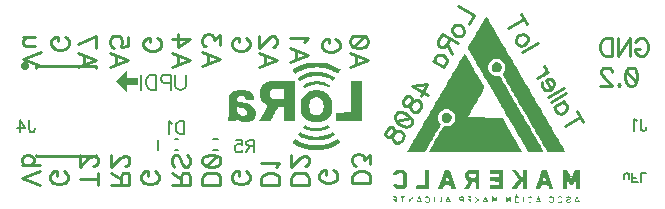
<source format=gbo>
G04 DipTrace 4.3.0.1*
G04 LoRa_4808.gbo*
%MOIN*%
G04 #@! TF.FileFunction,Legend,Bot*
G04 #@! TF.Part,Single*
%ADD10C,0.009843*%
%ADD24C,0.005906*%
%ADD64C,0.006176*%
%ADD65C,0.009264*%
%ADD66C,0.00772*%
%ADD67C,0.005512*%
%FSLAX26Y26*%
G04*
G70*
G90*
G75*
G01*
G04 BotSilk*
%LPD*%
X551115Y239868D2*
D24*
X562926Y239867D1*
X551118Y275301D2*
X562929Y275300D1*
X496391Y240267D2*
X496394Y274912D1*
G36*
X66131Y520457D2*
X66013Y518658D1*
X65662Y516891D1*
X65082Y515184D1*
X64285Y513567D1*
X63284Y512069D1*
X62096Y510713D1*
X60741Y509525D1*
X59242Y508524D1*
X57626Y507726D1*
X55919Y507147D1*
X54151Y506795D1*
X52353Y506677D1*
X50554Y506795D1*
X48786Y507147D1*
X47080Y507726D1*
X45463Y508523D1*
X43965Y509524D1*
X42609Y510713D1*
X41421Y512068D1*
X40420Y513566D1*
X39622Y515183D1*
X39043Y516889D1*
X38691Y518657D1*
X38573Y520455D1*
Y520462D1*
X38691Y522261D1*
X39043Y524028D1*
X39622Y525735D1*
X40419Y527352D1*
X41420Y528850D1*
X42608Y530205D1*
X43963Y531394D1*
X45462Y532395D1*
X47078Y533192D1*
X48785Y533772D1*
X50553Y534124D1*
X52351Y534242D1*
X54150Y534124D1*
X55918Y533772D1*
X57624Y533193D1*
X59241Y532396D1*
X60740Y531395D1*
X62095Y530206D1*
X63283Y528851D1*
X64285Y527353D1*
X65082Y525736D1*
X65661Y524030D1*
X66013Y522262D1*
X66131Y520463D1*
Y520457D1*
G37*
X88189Y514573D2*
D10*
Y518487D1*
X288184Y518497D1*
Y514582D1*
X88203Y218495D2*
X288198Y218505D1*
X88203Y218495D2*
Y222443D1*
X288198Y218505D2*
Y222452D1*
X678678Y238687D2*
D24*
X694426Y238686D1*
X678679Y276482D2*
X694427Y276481D1*
G36*
X354331Y468504D2*
X393701Y507874D1*
Y480315D1*
X429134D1*
Y456693D1*
X393701D1*
Y429134D1*
X354331Y468504D1*
G37*
G36*
X1590551Y685039D2*
X1588391Y682902D1*
X1584072Y676489D1*
X1581912Y672214D1*
X1577592Y665801D1*
X1573272Y657250D1*
X1568952Y650837D1*
X1564633Y642287D1*
X1560313Y635874D1*
X1555993Y627324D1*
X1551673Y620911D1*
X1549513Y616636D1*
X1545194Y610223D1*
X1540874Y601672D1*
X1536554Y595259D1*
X1530074Y582434D1*
Y578158D1*
X1536554Y565333D1*
X1540874Y558920D1*
X1545194Y550369D1*
X1549513Y543956D1*
X1551673Y539681D1*
X1555993Y533268D1*
X1560313Y524718D1*
X1564633Y518305D1*
X1568952Y509755D1*
X1573272Y503342D1*
X1575432Y499066D1*
X1579752Y492654D1*
X1584072Y484103D1*
X1588391Y477690D1*
X1592711Y469140D1*
X1597031Y462727D1*
X1601351Y454176D1*
X1605670Y447764D1*
X1607830Y443488D1*
X1612150Y437076D1*
X1616470Y428525D1*
X1620790Y422112D1*
X1625109Y413562D1*
X1629429Y407149D1*
X1633749Y398598D1*
X1638069Y392186D1*
X1640229Y387910D1*
X1644548Y381497D1*
X1648868Y372947D1*
X1653188Y366534D1*
X1657508Y357984D1*
X1661827Y351571D1*
X1666147Y343020D1*
X1670467Y336607D1*
X1672627Y332332D1*
X1676947Y325919D1*
X1681266Y317369D1*
X1685586Y310956D1*
X1689906Y302405D1*
X1694226Y295993D1*
X1696386Y291717D1*
X1700705Y285305D1*
X1705025Y276754D1*
X1709345Y270341D1*
X1713665Y261791D1*
X1717984Y255378D1*
X1722304Y246827D1*
X1726624Y240415D1*
X1728784Y236139D1*
X1733104Y231864D1*
X1782781D1*
Y234002D1*
X1780621Y238277D1*
X1776301Y244690D1*
X1771982Y253240D1*
X1767662Y259653D1*
X1763342Y268204D1*
X1759022Y274616D1*
X1754703Y283167D1*
X1750383Y289580D1*
X1748223Y293855D1*
X1743903Y300268D1*
X1739583Y308818D1*
X1735264Y315231D1*
X1730944Y323782D1*
X1726624Y330195D1*
X1724464Y334470D1*
X1720144Y340883D1*
X1715825Y349433D1*
X1711505Y355846D1*
X1707185Y364396D1*
X1702865Y370809D1*
X1698545Y379360D1*
X1694226Y385773D1*
X1692066Y390048D1*
X1687746Y396461D1*
X1683426Y405011D1*
X1679107Y411424D1*
X1674787Y419975D1*
X1670467Y426387D1*
X1666147Y434938D1*
X1661827Y441351D1*
X1659668Y445626D1*
X1655348Y452039D1*
X1651028Y460589D1*
X1646708Y467002D1*
X1642388Y475553D1*
X1638069Y481966D1*
X1635909Y486241D1*
X1633749Y488378D1*
X1631589D1*
X1627269Y486241D1*
X1622949D1*
X1618630Y488378D1*
X1612150Y490516D1*
X1607830Y492654D1*
X1599191Y501204D1*
Y503342D1*
X1597031Y511892D1*
X1594871Y514030D1*
Y518305D1*
X1597031Y520443D1*
X1599191Y526856D1*
X1603510Y533268D1*
X1609990Y539681D1*
X1616470Y541819D1*
X1622230Y543956D1*
X1627989D1*
X1633749Y541819D1*
X1642388Y537544D1*
X1648868Y531131D1*
Y528993D1*
X1651028Y524718D1*
X1653188Y522580D1*
Y507617D1*
X1651028Y505479D1*
X1648868Y501204D1*
X1644548Y494791D1*
Y490516D1*
X1648868Y484103D1*
X1651028Y479828D1*
X1655348Y473415D1*
X1659668Y464865D1*
X1663987Y458452D1*
X1668307Y449901D1*
X1672627Y443488D1*
X1676947Y434938D1*
X1681266Y428525D1*
X1683426Y424250D1*
X1687746Y417837D1*
X1692066Y409286D1*
X1696386Y402874D1*
X1700705Y394323D1*
X1705025Y387910D1*
X1709345Y379360D1*
X1713665Y372947D1*
X1715825Y368672D1*
X1720144Y362259D1*
X1724464Y353708D1*
X1728784Y347296D1*
X1733104Y338745D1*
X1737423Y332332D1*
X1739583Y328057D1*
X1743903Y321644D1*
X1748223Y313094D1*
X1752543Y306681D1*
X1756862Y298130D1*
X1761182Y291717D1*
X1765502Y283167D1*
X1769822Y276754D1*
X1771982Y272479D1*
X1776301Y266066D1*
X1780621Y257515D1*
X1784941Y251103D1*
X1789261Y242552D1*
X1793580Y236139D1*
X1795740Y231864D1*
X1854057D1*
Y234002D1*
X1849738Y242552D1*
X1845418Y248965D1*
X1841098Y257515D1*
X1836778Y263928D1*
X1832458Y272479D1*
X1828139Y278892D1*
X1823819Y287442D1*
X1819499Y293855D1*
X1817339Y298130D1*
X1813019Y304543D1*
X1808700Y313094D1*
X1804380Y319506D1*
X1800060Y328057D1*
X1795740Y334470D1*
X1793580Y338745D1*
X1789261Y345158D1*
X1784941Y353708D1*
X1780621Y360121D1*
X1776301Y368672D1*
X1771982Y375085D1*
X1767662Y383635D1*
X1763342Y390048D1*
X1761182Y394323D1*
X1756862Y400736D1*
X1752543Y409286D1*
X1748223Y415699D1*
X1743903Y424250D1*
X1739583Y430663D1*
X1735264Y439213D1*
X1730944Y445626D1*
X1728784Y449901D1*
X1724464Y456314D1*
X1720144Y464865D1*
X1715825Y471277D1*
X1711505Y479828D1*
X1707185Y486241D1*
X1702865Y494791D1*
X1698545Y501204D1*
X1696386Y505479D1*
X1692066Y511892D1*
X1687746Y520443D1*
X1683426Y526856D1*
X1679107Y535406D1*
X1674787Y541819D1*
X1672627Y546094D1*
X1668307Y552507D1*
X1663987Y561057D1*
X1659668Y567470D1*
X1655348Y576021D1*
X1651028Y582434D1*
X1646708Y590984D1*
X1642388Y597397D1*
X1640229Y601672D1*
X1635909Y608085D1*
X1631589Y616636D1*
X1627269Y623048D1*
X1622949Y631599D1*
X1618630Y638012D1*
X1614310Y646562D1*
X1609990Y652975D1*
X1607830Y657250D1*
X1603510Y663663D1*
X1599191Y672214D1*
X1594871Y678627D1*
X1592711Y682902D1*
X1590551Y685039D1*
G37*
G36*
X1517115Y561057D2*
X1516405Y558464D1*
X1514955Y556782D1*
X1510635Y550369D1*
X1508476Y546094D1*
X1504156Y539681D1*
X1499836Y531131D1*
X1495516Y524718D1*
X1491196Y516167D1*
X1486877Y509755D1*
X1484717Y505479D1*
X1480397Y499066D1*
X1476077Y490516D1*
X1471757Y484103D1*
X1467438Y475553D1*
X1463118Y469140D1*
X1458798Y460589D1*
X1454478Y454176D1*
X1452318Y449901D1*
X1447999Y443488D1*
X1443679Y434938D1*
X1439359Y428525D1*
X1435039Y419975D1*
X1430720Y413562D1*
X1428560Y409286D1*
X1424240Y402874D1*
X1419920Y394323D1*
X1415600Y387910D1*
X1411281Y379360D1*
X1406961Y372947D1*
X1402641Y364396D1*
X1398321Y357984D1*
X1396161Y353708D1*
X1391842Y347296D1*
X1387522Y338745D1*
X1383202Y332332D1*
X1378882Y323782D1*
X1374563Y317369D1*
X1372403Y313094D1*
X1368083Y306681D1*
X1363763Y298130D1*
X1359443Y291717D1*
X1355124Y283167D1*
X1350804Y276754D1*
X1346484Y268204D1*
X1342164Y261791D1*
X1340004Y257515D1*
X1335685Y251103D1*
X1331365Y242552D1*
X1327045Y236139D1*
Y231864D1*
X1383202D1*
X1387522Y236139D1*
X1391842Y244690D1*
X1396161Y251103D1*
X1398321Y255378D1*
X1402641Y261791D1*
X1406961Y270341D1*
X1411281Y276754D1*
X1415600Y285305D1*
X1419920Y291717D1*
X1424240Y300268D1*
X1428560Y306681D1*
X1430720Y310956D1*
X1435039Y317369D1*
X1439359Y325919D1*
X1432879Y334470D1*
X1430720Y340883D1*
X1428560Y343020D1*
Y351571D1*
X1430720Y353708D1*
X1432879Y360121D1*
Y362259D1*
X1441519Y370809D1*
X1445839Y372947D1*
X1453758Y375085D1*
X1461678D1*
X1469598Y372947D1*
X1473917Y370809D1*
X1484717Y360121D1*
Y355846D1*
X1486877Y353708D1*
Y340883D1*
X1484717Y338745D1*
Y334470D1*
X1473917Y323782D1*
X1469598Y321644D1*
X1447999Y319506D1*
X1443679Y313094D1*
X1441519Y308818D1*
X1437199Y302405D1*
X1432879Y293855D1*
X1428560Y287442D1*
X1424240Y278892D1*
X1419920Y272479D1*
X1415600Y263928D1*
X1411281Y257515D1*
X1409121Y253240D1*
X1404801Y246827D1*
X1398321Y234002D1*
Y231864D1*
X1709345D1*
Y234002D1*
X1705025Y242552D1*
X1700705Y248965D1*
X1696386Y257515D1*
X1692066Y263928D1*
X1687746Y272479D1*
X1683426Y278892D1*
X1681266Y283167D1*
X1676947Y289580D1*
X1672627Y298130D1*
X1668307Y304543D1*
X1663987Y313094D1*
X1659668Y319506D1*
X1655348Y328057D1*
X1651028Y334470D1*
X1648868Y338745D1*
X1644548Y345158D1*
X1642388Y347296D1*
X1530074Y351571D1*
X1530494Y353086D1*
X1532234Y355846D1*
X1534394Y360121D1*
X1538714Y366534D1*
X1543034Y375085D1*
X1547353Y381497D1*
X1549513Y385773D1*
X1553833Y392186D1*
X1558153Y400736D1*
X1562473Y407149D1*
X1566792Y415699D1*
X1571112Y422112D1*
X1575432Y430663D1*
X1579752Y437076D1*
X1584072Y445626D1*
Y449901D1*
X1581912Y454176D1*
X1577592Y460589D1*
X1575432Y464865D1*
X1571112Y471277D1*
X1566792Y479828D1*
X1562473Y486241D1*
X1558153Y494791D1*
X1553833Y501204D1*
X1549513Y509755D1*
X1545194Y516167D1*
X1543034Y520443D1*
X1538714Y526856D1*
X1534394Y535406D1*
X1530074Y541819D1*
X1525755Y550369D1*
X1521435Y556782D1*
X1519275Y561057D1*
X1517115D1*
G37*
G36*
X1622949Y533268D2*
X1616470Y531131D1*
X1609990Y524718D1*
X1607830Y520443D1*
Y509755D1*
X1609990Y505479D1*
X1616470Y499066D1*
X1631589D1*
X1635909Y501204D1*
X1640229Y505479D1*
X1642388Y511892D1*
Y518305D1*
X1640229Y524718D1*
X1635909Y528993D1*
X1627269Y533268D1*
X1622949D1*
G37*
G36*
X1452318Y364396D2*
X1447999Y362259D1*
X1443679Y357984D1*
X1441519Y353708D1*
Y340883D1*
X1443679Y336607D1*
X1447999Y332332D1*
X1452318Y330195D1*
X1463118D1*
X1467438Y332332D1*
X1473917Y338745D1*
X1476077Y345158D1*
Y349433D1*
X1473917Y355846D1*
X1467438Y362259D1*
X1463118Y364396D1*
X1452318D1*
G37*
G36*
X1290327Y174148D2*
X1281687Y165598D1*
X1279528Y161323D1*
Y159185D1*
X1283847Y157047D1*
X1292487D1*
X1292907Y158563D1*
X1294647Y161323D1*
X1300407Y163460D1*
X1306166D1*
X1311926Y161323D1*
X1314086Y159185D1*
Y124983D1*
X1306886Y122845D1*
X1299686D1*
X1292487Y124983D1*
Y127121D1*
X1283847D1*
X1279528Y124983D1*
Y122845D1*
X1281687Y118570D1*
X1288167Y112157D1*
X1292487Y110020D1*
X1316246D1*
X1327045Y120708D1*
Y163460D1*
X1316246Y174148D1*
X1290327D1*
G37*
G36*
X1387522D2*
Y124983D1*
X1359443Y122845D1*
X1357283Y120708D1*
Y112157D1*
X1359443Y110020D1*
X1400481D1*
Y174148D1*
X1387522D1*
G37*
G36*
X1443679Y150635D2*
Y146359D1*
X1441519Y144222D1*
X1430720Y112157D1*
Y110020D1*
X1443679D1*
X1445839Y112157D1*
X1447999Y118570D1*
Y120708D1*
X1455918Y122845D1*
X1463838D1*
X1471757Y120708D1*
X1473917Y118570D1*
Y114295D1*
X1476077Y110020D1*
X1489037D1*
Y114295D1*
X1480397Y139946D1*
X1478237Y144222D1*
X1469598Y169873D1*
X1467438Y174148D1*
X1452318D1*
X1445839Y154910D1*
X1443679Y150635D1*
X1458798D1*
X1460411Y152007D1*
X1461530Y151882D1*
X1463118Y150635D1*
Y146359D1*
X1465278Y139946D1*
X1467438Y137809D1*
X1463118Y135671D1*
X1458798D1*
X1454478Y137809D1*
Y142084D1*
X1456638Y144222D1*
X1458798Y150635D1*
X1443679D1*
G37*
G36*
X1519275Y159185D2*
Y152772D1*
X1521435Y144222D1*
X1530074Y135671D1*
X1529364Y133078D1*
X1527914Y131396D1*
X1521435Y118570D1*
X1517115Y112157D1*
Y110020D1*
X1532234D1*
X1543034Y131396D1*
Y133534D1*
X1546634Y135671D1*
X1550233D1*
X1553833Y133534D1*
X1555993Y131396D1*
Y110020D1*
X1566792D1*
Y174148D1*
X1532234D1*
X1527914Y172011D1*
X1521435Y165598D1*
X1519275Y159185D1*
X1532234D1*
X1540154Y161323D1*
X1548073D1*
X1555993Y159185D1*
Y148497D1*
X1548793Y146359D1*
X1541594D1*
X1534394Y148497D1*
X1532234Y150635D1*
Y159185D1*
X1519275D1*
G37*
G36*
X1603510Y174148D2*
Y161323D1*
X1633749Y159185D1*
Y150635D1*
X1603510Y148497D1*
Y137809D1*
X1605670Y135671D1*
X1633749Y133534D1*
Y124983D1*
X1603510Y122845D1*
Y110020D1*
X1644548D1*
Y174148D1*
X1603510D1*
G37*
G36*
X1676947D2*
Y172011D1*
X1685586Y159185D1*
X1692066Y150635D1*
X1698545Y144222D1*
X1697836Y141628D1*
X1696386Y139946D1*
X1676947Y114295D1*
X1674787Y110020D1*
X1689906D1*
X1696386Y116433D1*
X1700705Y122845D1*
X1707185Y131396D1*
X1707538Y133049D1*
X1708863Y134801D1*
X1709927Y134751D1*
X1711505Y133534D1*
Y110020D1*
X1724464D1*
Y174148D1*
X1711505D1*
Y150635D1*
X1709215Y148313D1*
X1708101Y148656D1*
X1706714Y151009D1*
X1707185Y152772D1*
X1700705Y161323D1*
X1696386Y167735D1*
X1689906Y174148D1*
X1676947D1*
G37*
G36*
X1769822Y150635D2*
X1767662Y148497D1*
X1756862Y116433D1*
X1754703Y112157D1*
Y110020D1*
X1767662D1*
X1769822Y112157D1*
X1771982Y116433D1*
Y120708D1*
X1779901Y122845D1*
X1787821D1*
X1795740Y120708D1*
X1797900Y118570D1*
Y114295D1*
X1800060Y110020D1*
X1813019D1*
Y116433D1*
X1810860Y120708D1*
X1793580Y172011D1*
X1791421Y174148D1*
X1776301D1*
X1769822Y154910D1*
Y150635D1*
X1782781D1*
X1784394Y152007D1*
X1785513Y151882D1*
X1787101Y150635D1*
Y146359D1*
X1789261Y139946D1*
X1791421Y137809D1*
X1787101Y135671D1*
X1782781D1*
X1778461Y137809D1*
X1778881Y139324D1*
X1780621Y142084D1*
X1782781Y148497D1*
Y150635D1*
X1769822D1*
G37*
G36*
X1845418Y174148D2*
Y110020D1*
X1858377D1*
Y139946D1*
X1859990Y141319D1*
X1861083Y141140D1*
X1862312Y139372D1*
X1862697Y137809D1*
X1869177Y124983D1*
X1877816D1*
X1884296Y137809D1*
X1884648Y139462D1*
X1885973Y141214D1*
X1887038Y141164D1*
X1888615Y139946D1*
Y110020D1*
X1901575D1*
Y174148D1*
X1888615D1*
X1886456Y172011D1*
X1875656Y150635D1*
X1875108Y148113D1*
X1873370Y146162D1*
X1872257Y146518D1*
X1870865Y148872D1*
X1871336Y150635D1*
X1860537Y172011D1*
X1858377Y174148D1*
X1845418D1*
G37*
G36*
X1685586Y80093D2*
Y67267D1*
X1689906Y62992D1*
X1696386D1*
X1700705Y67267D1*
Y82231D1*
X1694226Y90781D1*
X1692066Y92919D1*
X1689906D1*
Y90781D1*
X1685586Y82231D1*
Y80093D1*
X1687746D1*
X1691346Y82231D1*
X1694946D1*
X1698545Y80093D1*
Y69405D1*
X1694946Y67267D1*
X1691346D1*
X1687746Y69405D1*
Y80093D1*
X1685586D1*
G37*
G36*
X1279528Y86506D2*
Y82231D1*
X1290327Y80093D1*
Y77955D1*
X1279528Y75818D1*
Y73680D1*
X1290327Y71543D1*
Y69405D1*
X1279528Y67267D1*
Y65130D1*
X1292487D1*
Y84368D1*
X1290327Y86506D1*
X1279528D1*
G37*
G36*
X1305446D2*
X1303286Y84368D1*
X1305446Y82231D1*
X1309766Y80093D1*
Y65130D1*
X1311926D1*
Y80093D1*
X1318406Y82231D1*
Y86506D1*
X1305446D1*
G37*
G36*
X1344324D2*
X1342164Y84368D1*
X1337844Y77955D1*
X1337296Y75433D1*
X1335558Y73483D1*
X1334440Y73843D1*
X1333525Y75818D1*
Y84368D1*
X1331365D1*
Y65130D1*
X1335685D1*
X1340004Y73680D1*
X1340357Y75333D1*
X1341682Y77086D1*
X1342747Y77035D1*
X1344324Y75818D1*
Y65130D1*
X1346484D1*
Y84368D1*
X1344324Y86506D1*
G37*
G36*
X1361603Y75818D2*
X1360893Y73224D1*
X1359443Y71543D1*
X1357283Y65130D1*
X1361603D1*
Y67267D1*
X1365203Y69405D1*
X1368803D1*
X1372403Y67267D1*
Y65130D1*
X1376722D1*
X1372403Y77955D1*
X1368083Y86506D1*
X1365923D1*
X1363763Y84368D1*
X1361603Y77955D1*
Y75818D1*
X1363763D1*
X1366075Y77094D1*
X1367912Y76854D1*
X1369671Y74907D1*
X1369461Y73131D1*
X1367175Y71374D1*
X1365196Y71709D1*
X1363045Y74206D1*
X1363763Y75818D1*
X1361603D1*
G37*
G36*
X1391842Y86506D2*
X1387522Y82231D1*
Y80093D1*
X1389682D1*
X1392562Y82231D1*
X1395442D1*
X1398321Y80093D1*
Y69405D1*
X1395442Y67267D1*
X1392562D1*
X1389682Y69405D1*
X1387522D1*
Y67267D1*
X1391842Y62992D1*
X1396161D1*
X1400481Y65130D1*
X1402641Y69405D1*
Y80093D1*
X1400481Y84368D1*
X1396161Y86506D1*
X1391842D1*
G37*
G36*
X1415600D2*
Y65130D1*
X1417760D1*
Y84368D1*
X1415600Y86506D1*
G37*
G36*
X1441519D2*
X1439359Y84368D1*
Y69405D1*
X1430720Y67267D1*
X1428560Y65130D1*
X1441519D1*
Y86506D1*
G37*
G36*
X1458798Y77955D2*
X1456638Y75818D1*
X1454478Y69405D1*
Y65130D1*
X1456638D1*
Y67267D1*
X1460238Y69405D1*
X1463838D1*
X1467438Y67267D1*
X1469598Y65130D1*
X1471757D1*
Y67267D1*
X1467438Y80093D1*
X1465278Y84368D1*
X1463118Y86506D1*
X1458798Y82231D1*
Y77955D1*
X1460958D1*
X1462571Y79328D1*
X1463690Y79203D1*
X1465278Y77955D1*
Y73680D1*
X1462644Y71449D1*
X1460581Y71622D1*
X1458119Y74379D1*
X1460958Y75818D1*
Y77955D1*
X1458798D1*
G37*
G36*
X1499836Y80093D2*
Y75818D1*
X1504156Y71543D1*
X1499836Y67267D1*
Y65130D1*
X1501996D1*
X1504156Y67267D1*
Y69405D1*
X1508476Y73680D1*
X1510487Y72970D1*
X1512795Y71543D1*
Y65130D1*
X1514955D1*
Y84368D1*
X1512795Y86506D1*
X1506316D1*
X1501996Y84368D1*
X1499836Y82231D1*
Y80093D1*
X1501996D1*
X1505596Y82231D1*
X1509195D1*
X1512795Y80093D1*
Y77955D1*
X1509195Y75818D1*
X1505596D1*
X1501996Y77955D1*
Y80093D1*
X1499836D1*
G37*
G36*
X1530074Y86506D2*
X1527914Y84368D1*
Y82231D1*
X1538714Y80093D1*
Y77955D1*
X1527914Y75818D1*
Y73680D1*
X1538714Y71543D1*
Y69405D1*
X1527914Y67267D1*
Y65130D1*
X1540874D1*
Y84368D1*
X1538714Y86506D1*
X1530074D1*
G37*
G36*
X1553833D2*
Y84368D1*
X1555993Y80093D1*
X1560313Y75818D1*
Y73680D1*
X1555993Y69405D1*
X1553833Y65130D1*
Y62992D1*
X1560313Y69405D1*
X1561926Y70778D1*
X1563045Y70653D1*
X1564633Y69405D1*
Y65130D1*
X1566792Y62992D1*
Y86506D1*
X1564633Y84368D1*
Y80093D1*
X1562342Y77771D1*
X1561224Y78119D1*
X1560313Y80093D1*
X1553833Y86506D1*
G37*
G36*
X1584072Y77955D2*
X1581912Y75818D1*
X1579752Y69405D1*
Y65130D1*
X1581912D1*
Y67267D1*
X1585512Y69405D1*
X1589111D1*
X1592711Y67267D1*
X1594871Y65130D1*
X1597031D1*
Y67267D1*
X1592711Y80093D1*
X1590551Y84368D1*
X1588391Y86506D1*
X1586231Y84368D1*
X1584072Y80093D1*
Y77955D1*
X1586231D1*
X1587844Y79328D1*
X1588964Y79203D1*
X1590551Y77955D1*
Y73680D1*
X1587918Y71449D1*
X1585854Y71622D1*
X1583392Y74379D1*
X1586231Y75818D1*
Y77955D1*
X1584072D1*
G37*
G36*
X1609990Y86506D2*
X1607830Y84368D1*
Y80093D1*
X1609990Y65130D1*
X1612150D1*
Y73680D1*
X1613763Y75053D1*
X1614856Y74874D1*
X1616085Y73106D1*
X1616470Y71543D1*
X1618630Y69405D1*
X1620790Y71543D1*
X1621142Y73196D1*
X1622467Y74948D1*
X1623532Y74898D1*
X1625109Y73680D1*
Y65130D1*
X1627269D1*
Y86506D1*
X1625109D1*
X1622949Y84368D1*
X1620790Y80093D1*
X1620241Y77571D1*
X1618504Y75621D1*
X1617385Y75981D1*
X1616470Y77955D1*
X1614310Y82231D1*
X1609990Y86506D1*
G37*
G36*
X1657508D2*
Y65130D1*
X1659668D1*
X1663987Y69405D1*
X1666147Y73680D1*
X1666500Y75333D1*
X1667825Y77086D1*
X1668889Y77035D1*
X1670467Y75818D1*
Y65130D1*
X1672627D1*
Y84368D1*
X1670467Y86506D1*
X1666147Y82231D1*
X1663987Y77955D1*
X1663439Y75433D1*
X1661701Y73483D1*
X1660583Y73843D1*
X1659668Y75818D1*
Y84368D1*
X1657508Y86506D1*
G37*
G36*
X1715825D2*
X1713665Y84368D1*
Y65130D1*
X1715825D1*
Y86506D1*
G37*
G36*
X1735264D2*
X1730944Y84368D1*
X1728784Y82231D1*
X1730944Y80093D1*
X1734544Y82231D1*
X1738143D1*
X1741743Y80093D1*
Y69405D1*
X1738143Y67267D1*
X1734544D1*
X1730944Y69405D1*
X1728784Y67267D1*
X1730944Y65130D1*
X1735264Y62992D1*
X1737423D1*
X1741743Y65130D1*
X1743903Y67267D1*
Y82231D1*
X1741743Y84368D1*
X1737423Y86506D1*
X1735264D1*
G37*
G36*
X1759022Y75818D2*
X1758312Y73224D1*
X1756862Y71543D1*
X1754703Y65130D1*
X1759022D1*
Y67267D1*
X1762622Y69405D1*
X1766222D1*
X1769822Y67267D1*
Y65130D1*
X1774142D1*
X1769822Y77955D1*
X1765502Y86506D1*
X1763342D1*
X1761182Y84368D1*
X1759022Y77955D1*
Y75818D1*
X1761182D1*
X1763494Y77094D1*
X1765331Y76854D1*
X1767090Y74907D1*
X1766880Y73131D1*
X1764594Y71374D1*
X1762615Y71709D1*
X1760464Y74206D1*
X1761182Y75818D1*
X1759022D1*
G37*
G36*
X1804380Y86506D2*
X1800060Y82231D1*
Y80093D1*
X1802220D1*
X1805820Y82231D1*
X1809420D1*
X1813019Y80093D1*
Y69405D1*
X1809420Y67267D1*
X1805820D1*
X1802220Y69405D1*
X1800060D1*
Y67267D1*
X1802220Y65130D1*
X1806540Y62992D1*
X1808700D1*
X1813019Y65130D1*
X1815179Y67267D1*
Y82231D1*
X1813019Y84368D1*
X1808700Y86506D1*
X1804380D1*
G37*
G36*
X1828139Y80093D2*
Y67267D1*
X1832458Y62992D1*
X1838938D1*
X1843258Y67267D1*
Y82231D1*
X1838938Y86506D1*
X1832458D1*
X1828139Y82231D1*
Y80093D1*
X1830299D1*
X1833898Y82231D1*
X1837498D1*
X1841098Y80093D1*
Y69405D1*
X1837498Y67267D1*
X1833898D1*
X1830299Y69405D1*
Y80093D1*
X1828139D1*
G37*
G36*
X1862697Y86506D2*
X1858377Y84368D1*
X1856217Y82231D1*
X1858377Y80093D1*
X1861977Y82231D1*
X1865577D1*
X1869177Y80093D1*
Y77955D1*
X1860537Y75818D1*
X1856217Y73680D1*
Y67267D1*
X1858377Y65130D1*
X1862697Y62992D1*
X1867017D1*
X1871336Y65130D1*
Y69405D1*
X1869177D1*
X1865577Y67267D1*
X1861977D1*
X1858377Y69405D1*
Y71543D1*
X1867017Y73680D1*
X1871336Y75818D1*
Y82231D1*
X1869177Y84368D1*
X1864857Y86506D1*
X1862697D1*
G37*
G36*
X1888615Y77955D2*
X1886456Y75818D1*
X1884296Y69405D1*
Y65130D1*
X1886456D1*
Y67267D1*
X1890055Y69405D1*
X1893655D1*
X1897255Y67267D1*
X1899415Y65130D1*
X1901575D1*
Y67267D1*
X1899415Y73680D1*
X1897255Y77955D1*
X1895095Y84368D1*
X1892935Y86506D1*
X1888615Y82231D1*
Y77955D1*
X1890775D1*
X1892388Y79328D1*
X1893508Y79203D1*
X1895095Y77955D1*
Y73680D1*
X1892462Y71449D1*
X1890398Y71622D1*
X1887936Y74379D1*
X1890775Y75818D1*
Y77955D1*
X1888615D1*
G37*
G36*
X1784941Y84368D2*
Y65130D1*
X1787101D1*
Y84368D1*
X1784941D1*
G37*
G36*
X1012449Y531496D2*
X1003151Y530463D1*
X992820Y528397D1*
X984555Y526331D1*
X972158Y522198D1*
X966993Y520132D1*
X952529Y512900D1*
X947364Y509801D1*
X944264Y507735D1*
Y505669D1*
X947364Y501536D1*
X951496Y495338D1*
X952529Y494304D1*
X953562D1*
X955628Y495338D1*
X960794Y498437D1*
X961827Y499470D1*
X970092Y503602D1*
X973191Y504635D1*
X978357Y506702D1*
X980423Y507735D1*
X986621Y509801D1*
X999019Y512900D1*
X1005217Y513933D1*
X1013482Y514966D1*
X1021403Y516000D1*
X1029323D1*
X1037243Y514966D1*
X1044475Y513933D1*
X1050674Y512900D1*
X1055839Y511867D1*
X1059972Y510834D1*
X1072369Y506702D1*
X1074435Y505669D1*
X1077534Y504635D1*
X1091998Y497404D1*
X1093031Y496371D1*
X1095097Y495338D1*
X1096130D1*
X1099229Y499470D1*
X1103362Y505669D1*
X1104395Y507735D1*
Y508768D1*
X1101296Y510834D1*
X1094064Y514966D1*
X1087865Y518066D1*
X1080634Y521165D1*
X1075468Y523231D1*
X1066170Y526331D1*
X1057905Y528397D1*
X1047574Y530463D1*
X1038276Y531496D1*
X1012449D1*
G37*
G36*
X1013482Y499470D2*
X1005217Y498437D1*
X992820Y495338D1*
X983522Y492238D1*
X978357Y490172D1*
X970092Y486040D1*
X964926Y482940D1*
X962860Y480874D1*
Y479841D1*
X963893Y477775D1*
X966993Y473642D1*
X968026Y471576D1*
X969059Y470543D1*
X970092D1*
X977324Y474675D1*
X987655Y479841D1*
X996952Y482940D1*
X1001085Y483973D1*
X1006250Y485006D1*
X1012449Y486040D1*
X1021058Y487073D1*
X1029667D1*
X1038276Y486040D1*
X1044475Y485006D1*
X1056872Y481907D1*
X1059972Y480874D1*
X1062038Y479841D1*
X1065137Y478808D1*
X1077534Y472609D1*
X1078567Y471576D1*
X1079600D1*
X1082700Y475709D1*
X1084766Y478808D1*
X1085799Y480874D1*
Y481907D1*
X1083733Y483973D1*
X1069269Y491205D1*
X1064104Y493271D1*
X1057905Y495338D1*
X1049641Y497404D1*
X1044475Y498437D1*
X1037243Y499470D1*
X1013482D1*
G37*
G36*
X837855Y443682D2*
X837515Y442429D1*
X836822Y441616D1*
X835789Y437484D1*
X834756Y428186D1*
Y424053D1*
X835789Y416822D1*
X837855Y410623D1*
X839921Y406491D1*
X841987Y403391D1*
X850252Y395127D1*
X861616Y387895D1*
X861277Y386642D1*
X860583Y385829D1*
X858517Y382729D1*
X856451Y378597D1*
X854385Y375498D1*
X852318Y371365D1*
X850252Y368266D1*
X848186Y364134D1*
X846120Y361034D1*
X844054Y356902D1*
X841987Y353803D1*
X839921Y349670D1*
X837855Y346571D1*
X835789Y342438D1*
X833723Y339339D1*
X832690Y337273D1*
Y335207D1*
X868848D1*
X870914Y337273D1*
X871947Y339339D1*
X874014Y342438D1*
X878146Y350703D1*
X880212Y353803D1*
X885378Y364134D1*
X887444Y367233D1*
X890543Y373432D1*
X892609Y376531D1*
X894676Y380663D1*
X894876Y381396D1*
X895709Y382729D1*
X902940Y383763D1*
X910172D1*
X917404Y382729D1*
Y336240D1*
X918437Y335207D1*
X950463D1*
X951496Y336240D1*
Y469510D1*
X950463Y470543D1*
X882278D1*
X870914Y469510D1*
X865749Y468477D1*
X861616Y467444D1*
X858517Y466411D1*
X852318Y463311D1*
X848186Y460212D1*
X844054Y456080D1*
X840954Y451947D1*
X837855Y445749D1*
Y443682D1*
X879179D1*
X891921Y444716D1*
X904662D1*
X917404Y443682D1*
Y409590D1*
X906040Y408557D1*
X894676D1*
X883311Y409590D1*
X878146Y410623D1*
X874014Y412689D1*
X871947Y414756D1*
Y415789D1*
X869881Y420954D1*
X868848Y421987D1*
Y432318D1*
X869881Y433351D1*
X870914Y436451D1*
X872980Y439550D1*
X876080Y442649D1*
X879179Y443682D1*
X837855D1*
G37*
G36*
X1141586Y470543D2*
X1140553Y469510D1*
Y365167D1*
X1088898Y364134D1*
X1087865Y363101D1*
Y337273D1*
X1088898Y335207D1*
X1173613D1*
X1174646Y336240D1*
Y469510D1*
X1173613Y470543D1*
X1141586D1*
G37*
G36*
X1017614Y468477D2*
X1010383Y467444D1*
X1005217Y466411D1*
X992820Y462278D1*
X982489Y457113D1*
X980423Y455047D1*
Y454013D1*
X983522Y449881D1*
X985588Y447815D1*
X986621D1*
X987655Y448848D1*
X997986Y454013D1*
X1001085Y455047D1*
X1009350Y457113D1*
X1014515Y458146D1*
X1021747Y459179D1*
X1028979D1*
X1036210Y458146D1*
X1041376Y457113D1*
X1045508Y456080D1*
X1054806Y452980D1*
X1063071Y448848D1*
X1065137Y450914D1*
X1068236Y455047D1*
Y456080D1*
X1066170Y458146D1*
X1059972Y461245D1*
X1054806Y463311D1*
X1048607Y465378D1*
X1040343Y467444D1*
X1032078Y468477D1*
X1017614D1*
G37*
G36*
X731446Y382729D2*
Y350703D1*
X730413Y349670D1*
X729380Y340372D1*
X728346Y336240D1*
X729380Y335207D1*
X755207D1*
X756240Y336240D1*
X757273Y341405D1*
Y344505D1*
X758045Y345168D1*
X758567Y345082D1*
X759155Y344227D1*
X759339Y343472D1*
X761406Y341405D1*
X764505Y339339D1*
X770704Y336240D1*
X776902Y334174D1*
X781035Y333141D1*
X795498D1*
X800663Y334174D1*
X805829Y336240D1*
X807895Y337273D1*
X810994Y339339D1*
X816160Y344505D1*
X818226Y347604D1*
X820292Y351736D1*
X821325Y355869D1*
Y370332D1*
X820292Y374465D1*
X817193Y380663D1*
X809961Y387895D1*
X806862Y389961D1*
X800663Y393060D1*
X791366Y396160D1*
X783101Y398226D1*
X777935Y399259D1*
X770704Y400292D1*
X764505Y401325D1*
X759339Y402358D1*
Y412689D1*
X760373Y413722D1*
X761406Y415789D1*
Y416822D1*
X765538Y418888D1*
X769670Y419921D1*
X772081Y420954D1*
X774492D1*
X776902Y419921D1*
X781035Y418888D1*
X785167Y416822D1*
Y415789D1*
X787233Y412689D1*
X788266Y408557D1*
X789299Y407524D1*
X817193D1*
Y411656D1*
X816160Y416822D1*
X815127Y419921D1*
X813061Y424053D1*
X808928Y429219D1*
X807895Y430252D1*
X804796Y432318D1*
X798597Y435418D1*
X792399Y437484D1*
X787233Y438517D1*
X762439D1*
X755207Y437484D1*
X747975Y435418D1*
X741777Y432318D1*
X734545Y425087D1*
X732479Y420954D1*
X731446Y416822D1*
Y382729D1*
X759339D1*
X761061Y383763D1*
X762783D1*
X764505Y382729D1*
X767604Y381696D1*
X774836Y379630D1*
X778968Y378597D1*
X785167Y376531D1*
X787233Y375498D1*
X790332Y372398D1*
X791342Y371315D1*
X792194Y370024D1*
X792399Y369299D1*
X793432Y368266D1*
Y363101D1*
X792399Y362067D1*
Y360001D1*
X790332Y357935D1*
X786200Y355869D1*
X781723Y354836D1*
X777246D1*
X772770Y355869D1*
X766571Y358968D1*
X763472Y362067D1*
Y363101D1*
X761406Y366200D1*
X760373Y371365D1*
X759339Y382729D1*
X731446D1*
G37*
G36*
X977324Y414756D2*
X976984Y413502D1*
X976290Y412689D1*
X974224Y408557D1*
X973191Y405458D1*
X972158Y401325D1*
X971125Y396160D1*
Y375498D1*
X972158Y370332D1*
X973191Y366200D1*
X974224Y364134D1*
X975257Y361034D1*
X977324Y356902D1*
X979390Y353803D1*
X982489Y349670D1*
X987655Y344505D1*
X991787Y341405D1*
X1002118Y336240D1*
X1005217Y335207D1*
X1009350Y334174D1*
X1015548Y333141D1*
X1033111D1*
X1039310Y334174D1*
X1043442Y335207D1*
X1046541Y336240D1*
X1054806Y340372D1*
X1057905Y342438D1*
X1062038Y345538D1*
X1066170Y349670D1*
X1069269Y353803D1*
X1071336Y356902D1*
X1073402Y361034D1*
X1074435Y364134D1*
X1075468Y366200D1*
X1076501Y370332D1*
X1077534Y376531D1*
Y395127D1*
X1076501Y401325D1*
X1075468Y405458D1*
X1074435Y407524D1*
X1073402Y410623D1*
X1071336Y414756D1*
X1067203Y420954D1*
X1061005Y427153D1*
X1056872Y430252D1*
X1051707Y433351D1*
X1046541Y435418D1*
X1043442Y436451D1*
X1039310Y437484D1*
X1034144Y438517D1*
X1014515D1*
X1008317Y437484D1*
X1002118Y435418D1*
X996952Y433351D1*
X991787Y430252D1*
X987655Y427153D1*
X981456Y420954D1*
X977324Y414756D1*
X1016581D1*
X1021747Y415789D1*
X1026912D1*
X1032078Y414756D1*
X1035177Y413722D1*
X1037243Y412689D1*
X1043442Y406491D1*
Y405458D1*
X1045508Y401325D1*
X1046541Y398226D1*
X1047574Y390994D1*
X1048607Y389961D1*
Y381696D1*
X1047574Y380663D1*
X1046541Y373432D1*
X1045508Y370332D1*
X1043442Y366200D1*
Y365167D1*
X1037243Y358968D1*
X1035177Y357935D1*
X1032078Y356902D1*
X1026912Y355869D1*
X1021747D1*
X1016581Y356902D1*
X1013482Y357935D1*
X1011416Y358968D1*
X1010383Y360001D1*
X1008317Y361034D1*
X1006250Y363101D1*
Y364134D1*
X1004184Y367233D1*
X1002118Y373432D1*
X1001085Y379630D1*
X1000052Y380663D1*
Y392027D1*
X1001085Y393060D1*
X1002118Y398226D1*
X1003151Y402358D1*
X1004184Y404425D1*
X1007283Y408557D1*
X1007484Y409289D1*
X1008317Y410623D1*
X1010383Y411656D1*
X1011416Y412689D1*
X1013482Y413722D1*
X1016581Y414756D1*
X977324D1*
G37*
G36*
X1063071Y323843D2*
X1050674Y317644D1*
X1044475Y315578D1*
X1040343Y314545D1*
X1035177Y313512D1*
X1027257Y312479D1*
X1019336D1*
X1011416Y313512D1*
X1006250Y314545D1*
X1002118Y315578D1*
X995919Y317644D1*
X985588Y322810D1*
X983522Y320743D1*
X980423Y316611D1*
Y314545D1*
X992820Y308346D1*
X999019Y306280D1*
X1007283Y304214D1*
X1013482Y303181D1*
X1033111D1*
X1039310Y304214D1*
X1047574Y306280D1*
X1053773Y308346D1*
X1066170Y314545D1*
X1068236Y316611D1*
X1064104Y322810D1*
X1063071Y323843D1*
G37*
G36*
X1078567Y301114D2*
X1077534Y300081D1*
X1075468Y299048D1*
X1074435Y298015D1*
X1066170Y293883D1*
X1063071Y292850D1*
X1057905Y290783D1*
X1055839Y289750D1*
X1043442Y286651D1*
X1037243Y285618D1*
X1027945Y284585D1*
X1018648D1*
X1009350Y285618D1*
X1003151Y286651D1*
X990754Y289750D1*
X988688Y290783D1*
X983522Y292850D1*
X980423Y293883D1*
X974224Y296982D1*
X973191Y298015D1*
X971125Y299048D1*
X969059D1*
X966993Y296982D1*
X963893Y292850D1*
X962860Y290783D1*
Y288717D1*
X968026Y285618D1*
X976290Y281485D1*
X981456Y279419D1*
X993853Y275287D1*
X997986Y274254D1*
X1003151Y273221D1*
X1010383Y272188D1*
X1036210D1*
X1043442Y273221D1*
X1048607Y274254D1*
X1052740Y275287D1*
X1059972Y277353D1*
X1063071Y278386D1*
X1070303Y281485D1*
X1080634Y286651D1*
X1083733Y288717D1*
X1085799Y290783D1*
Y291816D1*
X1081667Y298015D1*
X1078567Y301114D1*
G37*
G36*
X1095097Y277353D2*
X1093031Y276320D1*
X1089931Y274254D1*
X1088898Y273221D1*
X1076501Y267022D1*
X1073402Y265989D1*
X1071336Y264956D1*
X1058938Y260823D1*
X1054806Y259790D1*
X1044475Y257724D1*
X1037243Y256691D1*
X1027945Y255658D1*
X1018648D1*
X1009350Y256691D1*
X1002118Y257724D1*
X991787Y259790D1*
X987655Y260823D1*
X975257Y264956D1*
X971125Y267022D1*
X968026Y268055D1*
X959761Y272188D1*
X958728Y273221D1*
X953562Y276320D1*
X952529D1*
X950463Y273221D1*
X947364Y269088D1*
X945297Y265989D1*
X944264Y263923D1*
Y262890D1*
X945297Y261857D1*
X950463Y258757D1*
X964926Y251526D1*
X970092Y249459D1*
X978357Y246360D1*
X985588Y244294D1*
X994886Y242228D1*
X1000052Y241195D1*
X1008317Y240161D1*
X1038276D1*
X1046541Y241195D1*
X1051707Y242228D1*
X1061005Y244294D1*
X1068236Y246360D1*
X1079600Y250492D1*
X1096130Y258757D1*
X1101296Y261857D1*
X1104395Y263923D1*
Y264956D1*
X1103362Y267022D1*
X1099229Y273221D1*
X1096130Y277353D1*
X1095097D1*
G37*
X101697Y124870D2*
D65*
X41409Y147818D1*
X101697Y170766D1*
Y189293D2*
X41409D1*
X72979D2*
X78749Y195063D1*
X81601Y200767D1*
Y209389D1*
X78749Y215093D1*
X72979Y220863D1*
X64357Y223715D1*
X58653D1*
X50031Y220863D1*
X44327Y215093D1*
X41409Y209389D1*
Y200767D1*
X44327Y195063D1*
X50031Y189293D1*
X181859Y168597D2*
X187563Y165745D1*
X193333Y159975D1*
X196185Y154271D1*
Y142797D1*
X193333Y137027D1*
X187563Y131323D1*
X181859Y128405D1*
X173237Y125553D1*
X158845D1*
X150289Y128405D1*
X144519Y131323D1*
X138815Y137027D1*
X135897Y142797D1*
Y154271D1*
X138815Y159975D1*
X144519Y165745D1*
X150289Y168597D1*
X158845D1*
Y154271D1*
X485009Y168597D2*
X490713Y165745D1*
X496483Y159975D1*
X499335Y154271D1*
Y142797D1*
X496483Y137027D1*
X490713Y131323D1*
X485009Y128405D1*
X476387Y125553D1*
X461995D1*
X453439Y128405D1*
X447669Y131323D1*
X441965Y137027D1*
X439047Y142797D1*
Y154271D1*
X441965Y159975D1*
X447669Y165745D1*
X453439Y168597D1*
X461995D1*
Y154271D1*
X788158Y168597D2*
X793862Y165745D1*
X799632Y159975D1*
X802484Y154271D1*
Y142797D1*
X799632Y137027D1*
X793862Y131323D1*
X788158Y128405D1*
X779536Y125553D1*
X765144D1*
X756588Y128405D1*
X750818Y131323D1*
X745114Y137027D1*
X742196Y142797D1*
Y154271D1*
X745114Y159975D1*
X750818Y165745D1*
X756588Y168597D1*
X765144D1*
Y154271D1*
X1079497Y172534D2*
X1085201Y169682D1*
X1090971Y163912D1*
X1093823Y158208D1*
Y146734D1*
X1090971Y140964D1*
X1085201Y135260D1*
X1079497Y132342D1*
X1070875Y129490D1*
X1056483D1*
X1047927Y132342D1*
X1042157Y135260D1*
X1036453Y140964D1*
X1033535Y146734D1*
Y158208D1*
X1036453Y163912D1*
X1042157Y169682D1*
X1047927Y172534D1*
X1056483D1*
Y158208D1*
X185796Y617415D2*
X191500Y614564D1*
X197270Y608793D1*
X200122Y603090D1*
Y591616D1*
X197270Y585846D1*
X191500Y580142D1*
X185796Y577223D1*
X177174Y574372D1*
X162782D1*
X154226Y577223D1*
X148456Y580142D1*
X142752Y585846D1*
X139834Y591616D1*
Y603090D1*
X142752Y608793D1*
X148456Y614564D1*
X154226Y617415D1*
X162782D1*
Y603090D1*
X492883Y613478D2*
X498587Y610627D1*
X504357Y604856D1*
X507209Y599153D1*
Y587679D1*
X504357Y581909D1*
X498587Y576205D1*
X492883Y573286D1*
X484261Y570435D1*
X469869D1*
X461313Y573286D1*
X455543Y576205D1*
X449839Y581909D1*
X446921Y587679D1*
Y599153D1*
X449839Y604856D1*
X455543Y610627D1*
X461313Y613478D1*
X469869D1*
Y599153D1*
X788158Y613478D2*
X793862Y610627D1*
X799632Y604856D1*
X802484Y599153D1*
Y587679D1*
X799632Y581909D1*
X793862Y576205D1*
X788158Y573286D1*
X779536Y570435D1*
X765144D1*
X756588Y573286D1*
X750818Y576205D1*
X745114Y581909D1*
X742196Y587679D1*
Y599153D1*
X745114Y604856D1*
X750818Y610627D1*
X756588Y613478D1*
X765144D1*
Y599153D1*
X1087371Y609541D2*
X1093075Y606690D1*
X1098845Y600919D1*
X1101697Y595216D1*
Y583742D1*
X1098845Y577971D1*
X1093075Y572268D1*
X1087371Y569349D1*
X1078749Y566498D1*
X1064357D1*
X1055801Y569349D1*
X1050031Y572268D1*
X1044327Y577971D1*
X1041409Y583742D1*
Y595216D1*
X1044327Y600919D1*
X1050031Y606690D1*
X1055801Y609541D1*
X1064357D1*
Y595216D1*
X294610Y144900D2*
X234322D1*
X294610Y124804D2*
Y164996D1*
X280218Y186441D2*
X283070D1*
X288840Y189293D1*
X291692Y192145D1*
X294544Y197915D1*
Y209389D1*
X291692Y215093D1*
X288840Y217945D1*
X283070Y220863D1*
X277366D1*
X271596Y217945D1*
X263040Y212241D1*
X234322Y183523D1*
Y223715D1*
X372191Y124804D2*
Y150603D1*
X375110Y159225D1*
X377962Y162144D1*
X383665Y164996D1*
X389435D1*
X395139Y162144D1*
X398058Y159225D1*
X400909Y150603D1*
Y124804D1*
X340621D1*
X372191Y144900D2*
X340621Y164996D1*
X386517Y186441D2*
X389369D1*
X395139Y189293D1*
X397991Y192145D1*
X400843Y197915D1*
Y209389D1*
X397991Y215093D1*
X395139Y217945D1*
X389369Y220863D1*
X383665D1*
X377895Y217945D1*
X369339Y212241D1*
X340621Y183523D1*
Y223715D1*
X572979Y124804D2*
Y150603D1*
X575897Y159225D1*
X578749Y162144D1*
X584453Y164996D1*
X590223D1*
X595927Y162144D1*
X598845Y159225D1*
X601697Y150603D1*
Y124804D1*
X541409D1*
X572979Y144900D2*
X541409Y164996D1*
X593075Y223715D2*
X598845Y218011D1*
X601697Y209389D1*
Y197915D1*
X598845Y189293D1*
X593075Y183523D1*
X587371D1*
X581601Y186441D1*
X578749Y189293D1*
X575897Y194997D1*
X570127Y212241D1*
X567275Y218011D1*
X564357Y220863D1*
X558653Y223715D1*
X550031D1*
X544327Y218011D1*
X541409Y209389D1*
Y197915D1*
X544327Y189293D1*
X550031Y183523D1*
X704059Y124804D2*
X643771D1*
Y144900D1*
X646689Y153522D1*
X652393Y159292D1*
X658163Y162144D1*
X666719Y164996D1*
X681111D1*
X689733Y162144D1*
X695437Y159292D1*
X701207Y153522D1*
X704059Y144900D1*
Y124804D1*
X703993Y200767D2*
X701141Y192145D1*
X692519Y186375D1*
X678193Y183523D1*
X669571D1*
X655245Y186375D1*
X646623Y192145D1*
X643771Y200767D1*
Y206471D1*
X646623Y215093D1*
X655245Y220796D1*
X669571Y223715D1*
X678193D1*
X692519Y220796D1*
X701141Y215093D1*
X703993Y206471D1*
Y200767D1*
X692519Y220796D2*
X655245Y186375D1*
X900909Y123044D2*
X840621D1*
Y143140D1*
X843540Y151762D1*
X849243Y157533D1*
X855014Y160384D1*
X863569Y163236D1*
X877962D1*
X886584Y160384D1*
X892287Y157533D1*
X898058Y151762D1*
X900909Y143140D1*
Y123044D1*
X889369Y181763D2*
X892287Y187534D1*
X900843Y196156D1*
X840621D1*
X999335Y124804D2*
X939047D1*
Y144900D1*
X941965Y153522D1*
X947669Y159292D1*
X953439Y162144D1*
X961995Y164996D1*
X976387D1*
X985009Y162144D1*
X990713Y159292D1*
X996483Y153522D1*
X999335Y144900D1*
Y124804D1*
X984942Y186441D2*
X987794D1*
X993564Y189293D1*
X996416Y192145D1*
X999268Y197915D1*
Y209389D1*
X996416Y215093D1*
X993564Y217945D1*
X987794Y220863D1*
X982091D1*
X976320Y217945D1*
X967765Y212241D1*
X939047Y183523D1*
Y223715D1*
X1204059Y128741D2*
X1143771D1*
Y148837D1*
X1146689Y157459D1*
X1152393Y163229D1*
X1158163Y166081D1*
X1166719Y168933D1*
X1181111D1*
X1189733Y166081D1*
X1195437Y163229D1*
X1201207Y157459D1*
X1204059Y148837D1*
Y128741D1*
X1203993Y193230D2*
Y224733D1*
X1181045Y207556D1*
Y216178D1*
X1178193Y221882D1*
X1175341Y224733D1*
X1166719Y227652D1*
X1161015D1*
X1152393Y224733D1*
X1146623Y219030D1*
X1143771Y210408D1*
Y201786D1*
X1146623Y193230D1*
X1149541Y190378D1*
X1155245Y187460D1*
X105634Y521423D2*
X45346Y544371D1*
X105634Y567318D1*
X85538Y585846D2*
X56820D1*
X48264Y588697D1*
X45346Y594468D1*
Y603090D1*
X48264Y608793D1*
X56820Y617415D1*
X85538D2*
X45346D1*
X230385Y562633D2*
X290673Y539619D1*
X230385Y516671D1*
X250481Y525293D2*
Y554011D1*
X230385Y592634D2*
X290607Y621352D1*
Y581160D1*
X336684Y562633D2*
X396972Y539619D1*
X336684Y516671D1*
X356780Y525293D2*
Y554011D1*
X396906Y615582D2*
Y586931D1*
X371106Y584079D1*
X373958Y586931D1*
X376876Y595553D1*
Y604108D1*
X373958Y612730D1*
X368254Y618501D1*
X359632Y621352D1*
X353928D1*
X345306Y618501D1*
X339536Y612730D1*
X336684Y604108D1*
Y595553D1*
X339536Y586931D1*
X342455Y584079D1*
X348158Y581160D1*
X541409Y563718D2*
X601697Y540704D1*
X541409Y517756D1*
X561505Y526378D2*
Y555096D1*
X541409Y610964D2*
X601630D1*
X561505Y582246D1*
Y625289D1*
X643771Y566570D2*
X704059Y543556D1*
X643771Y520608D1*
X663867Y529230D2*
Y557948D1*
X703993Y590868D2*
Y622371D1*
X681045Y605193D1*
Y613816D1*
X678193Y619519D1*
X675341Y622371D1*
X666719Y625289D1*
X661015D1*
X652393Y622371D1*
X646623Y616667D1*
X643771Y608045D1*
Y599423D1*
X646623Y590868D1*
X649541Y588016D1*
X655245Y585097D1*
X832747Y562633D2*
X893035Y539619D1*
X832747Y516671D1*
X852843Y525293D2*
Y554011D1*
X878643Y584079D2*
X881495D1*
X887265Y586931D1*
X890117Y589783D1*
X892969Y595553D1*
Y607027D1*
X890117Y612730D1*
X887265Y615582D1*
X881495Y618501D1*
X875791D1*
X870021Y615582D1*
X861465Y609879D1*
X832747Y581160D1*
Y621352D1*
X935110Y580559D2*
X995398Y557545D1*
X935110Y534597D1*
X955206Y543219D2*
Y571937D1*
X983857Y599086D2*
X986776Y604856D1*
X995331Y613478D1*
X935110D1*
X1135897Y562633D2*
X1196185Y539619D1*
X1135897Y516671D1*
X1155993Y525293D2*
Y554011D1*
X1196119Y598405D2*
X1193267Y589783D1*
X1184645Y584012D1*
X1170319Y581160D1*
X1161697D1*
X1147371Y584012D1*
X1138749Y589783D1*
X1135897Y598405D1*
Y604108D1*
X1138749Y612730D1*
X1147371Y618434D1*
X1161697Y621352D1*
X1170319D1*
X1184645Y618434D1*
X1193267Y612730D1*
X1196119Y604108D1*
Y598405D1*
X1184645Y618434D2*
X1147371Y584012D1*
X1497223Y720283D2*
X1549434Y690139D1*
X1532223Y660329D1*
X1480990Y651973D2*
X1486311Y655487D1*
X1494193Y657599D1*
X1503086Y655758D1*
X1508026Y652906D1*
X1514067Y646125D1*
X1516121Y638276D1*
X1515797Y631877D1*
X1511486Y624410D1*
X1506073Y620872D1*
X1498282Y618785D1*
X1489356Y620569D1*
X1484416Y623420D1*
X1478408Y630259D1*
X1476263Y638083D1*
X1476679Y644506D1*
X1480990Y651973D1*
X1467686Y611687D2*
X1454786Y589343D1*
X1447948Y583335D1*
X1444019Y582234D1*
X1437653Y582616D1*
X1432656Y585501D1*
X1429142Y590823D1*
X1428074Y594809D1*
X1429915Y603702D1*
X1442815Y626046D1*
X1495026Y595902D1*
X1457638Y594283D2*
X1474930Y561094D1*
X1413648Y535335D2*
X1448456Y515239D1*
X1421115Y531024D2*
X1418970Y538849D1*
X1419385Y545272D1*
X1423663Y552681D1*
X1429018Y556252D1*
X1436867Y558307D1*
X1445793Y556523D1*
X1450733Y553671D1*
X1456741Y546833D1*
X1458828Y539042D1*
X1458471Y532585D1*
X1454193Y525176D1*
X1448780Y521638D1*
X1440989Y519550D1*
X1395673Y423816D2*
X1343519Y453927D1*
X1392628Y458735D1*
X1371106Y421457D1*
X1319930Y413069D2*
X1326677Y419052D1*
X1333076Y418728D1*
X1338073Y415843D1*
X1341554Y410463D1*
X1341229Y404065D1*
X1337962Y392702D1*
X1336121Y383809D1*
X1338266Y375984D1*
X1341780Y370663D1*
X1349246Y366352D1*
X1355612Y365970D1*
X1359565Y366980D1*
X1366346Y373021D1*
X1372083Y382958D1*
X1373891Y391793D1*
X1372823Y395780D1*
X1369309Y401101D1*
X1361842Y405412D1*
X1355477Y405795D1*
X1347595Y403683D1*
X1340847Y397699D1*
X1332640Y389188D1*
X1327228Y385650D1*
X1320862Y386032D1*
X1315865Y388917D1*
X1312351Y394239D1*
X1314193Y403132D1*
X1319930Y413069D1*
X1289144Y359747D2*
X1295925Y365788D1*
X1306277Y366474D1*
X1320109Y361781D1*
X1327576Y357470D1*
X1338557Y347837D1*
X1343139Y338529D1*
X1341298Y329636D1*
X1338446Y324696D1*
X1331665Y318655D1*
X1321346Y318027D1*
X1307480Y322662D1*
X1300013Y326973D1*
X1289066Y336664D1*
X1284451Y345914D1*
X1286292Y354807D1*
X1289144Y359747D1*
X1289066Y336664D2*
X1338557Y347837D1*
X1261244Y311422D2*
X1267991Y317405D1*
X1274390Y317081D1*
X1279387Y314196D1*
X1282868Y308816D1*
X1282543Y302418D1*
X1279276Y291055D1*
X1277435Y282162D1*
X1279580Y274337D1*
X1283094Y269016D1*
X1290561Y264705D1*
X1296926Y264323D1*
X1300879Y265333D1*
X1307660Y271374D1*
X1313397Y281311D1*
X1315205Y290146D1*
X1314137Y294133D1*
X1310623Y299454D1*
X1303156Y303765D1*
X1296791Y304148D1*
X1288909Y302036D1*
X1282161Y296052D1*
X1273954Y287541D1*
X1268542Y284003D1*
X1262176Y284385D1*
X1257179Y287270D1*
X1253666Y292592D1*
X1255507Y301485D1*
X1261244Y311422D1*
X2086637Y599182D2*
X2089489Y604886D1*
X2095259Y610656D1*
X2100963Y613508D1*
X2112437D1*
X2118207Y610656D1*
X2123911Y604886D1*
X2126829Y599182D1*
X2129681Y590560D1*
Y576168D1*
X2126829Y567612D1*
X2123911Y561842D1*
X2118207Y556138D1*
X2112437Y553220D1*
X2100963D1*
X2095259Y556138D1*
X2089489Y561842D1*
X2086637Y567612D1*
Y576168D1*
X2100963D1*
X2027918Y613508D2*
Y553220D1*
X2068110Y613508D1*
Y553220D1*
X2009391Y613508D2*
Y553220D1*
X1989295D1*
X1980673Y556138D1*
X1974903Y561842D1*
X1972051Y567612D1*
X1969199Y576168D1*
Y590560D1*
X1972051Y599182D1*
X1974903Y604886D1*
X1980673Y610656D1*
X1989295Y613508D1*
X2009391D1*
X1903176Y351508D2*
X1850965Y321364D1*
X1913224Y334104D2*
X1893128Y368912D1*
X1849250Y404719D2*
X1814443Y384623D1*
X1841783Y400408D2*
X1849632Y398353D1*
X1854987Y394782D1*
X1859265Y387373D1*
X1859680Y380950D1*
X1857535Y373125D1*
X1851527Y366287D1*
X1846588Y363435D1*
X1837662Y361651D1*
X1829870Y363739D1*
X1824458Y367277D1*
X1820180Y374686D1*
X1819822Y381142D1*
X1821910Y388934D1*
X1857390Y430812D2*
X1805179Y400668D1*
X1848127Y446857D2*
X1795916Y416713D1*
X1806526Y444232D2*
X1789315Y474042D1*
X1794312Y476927D1*
X1800735Y477342D1*
X1804631Y476298D1*
X1809986Y472727D1*
X1814297Y465260D1*
X1814679Y458895D1*
X1812567Y451013D1*
X1806526Y444232D1*
X1801586Y441380D1*
X1792693Y439539D1*
X1784869Y441684D1*
X1779489Y445164D1*
X1775178Y452631D1*
X1774821Y459087D1*
X1776908Y466879D1*
X1794985Y498709D2*
X1760178Y478613D1*
X1780051Y490087D2*
X1786059Y496925D1*
X1788204Y504750D1*
X1787789Y511173D1*
X1783478Y518640D1*
X1762457Y595240D2*
X1710247Y565096D1*
X1728627Y613644D2*
X1729009Y607278D1*
X1726897Y599396D1*
X1720856Y592615D1*
X1715917Y589763D1*
X1707024Y587922D1*
X1699199Y590067D1*
X1693820Y593548D1*
X1689509Y601015D1*
X1689151Y607471D1*
X1691239Y615262D1*
X1697247Y622101D1*
X1702186Y624953D1*
X1711112Y626736D1*
X1718961Y624682D1*
X1724316Y621111D1*
X1728627Y613644D1*
X1715212Y677071D2*
X1663001Y646927D1*
X1725260Y659668D2*
X1705164Y694475D1*
X587665Y490915D2*
D66*
Y455045D1*
X585289Y447860D1*
X580480Y443107D1*
X573295Y440675D1*
X568542D1*
X561357Y443107D1*
X556549Y447860D1*
X554172Y455045D1*
Y490915D1*
X538733Y464607D2*
X517178D1*
X510048Y466984D1*
X507616Y469415D1*
X505240Y474169D1*
Y481354D1*
X507616Y486107D1*
X510048Y488539D1*
X517178Y490915D1*
X538733D1*
Y440675D1*
X489800Y490915D2*
Y440675D1*
X473054D1*
X465869Y443107D1*
X461060Y447860D1*
X458684Y452669D1*
X456307Y459799D1*
Y471792D1*
X458684Y478977D1*
X461060Y483730D1*
X465869Y488539D1*
X473054Y490915D1*
X489800D1*
X440868D2*
Y440675D1*
X2076344Y514623D2*
D65*
X2084966Y511771D1*
X2090736Y503149D1*
X2093588Y488823D1*
Y480201D1*
X2090736Y465875D1*
X2084966Y457253D1*
X2076344Y454401D1*
X2070640D1*
X2062018Y457253D1*
X2056314Y465875D1*
X2053396Y480201D1*
Y488823D1*
X2056314Y503149D1*
X2062018Y511771D1*
X2070640Y514623D1*
X2076344D1*
X2056314Y503149D2*
X2090736Y465875D1*
X2032017Y460171D2*
X2034869Y457253D1*
X2032017Y454401D1*
X2029099Y457253D1*
X2032017Y460171D1*
X2007654Y500297D2*
Y503149D1*
X2004802Y508919D1*
X2001950Y511771D1*
X1996180Y514623D1*
X1984706D1*
X1979002Y511771D1*
X1976150Y508919D1*
X1973232Y503149D1*
Y497445D1*
X1976150Y491675D1*
X1981854Y483119D1*
X2010572Y454401D1*
X1970380D1*
X581395Y335206D2*
D64*
X581391Y295014D1*
X567994Y295015D1*
X562246Y296961D1*
X558399Y300764D1*
X556498Y304611D1*
X554598Y310315D1*
X554599Y319910D1*
X556500Y325658D1*
X558402Y329460D1*
X562249Y333307D1*
X567997Y335207D1*
X581395Y335206D1*
X542248Y327516D2*
X538401Y329462D1*
X532654Y335166D1*
X532650Y295019D1*
X2050380Y142654D2*
D67*
Y157013D1*
X2051805Y161291D1*
X2054691Y162751D1*
X2059002D1*
X2061853Y161292D1*
X2066165Y157014D1*
Y142655D2*
X2066164Y162751D1*
X2095859Y132607D2*
X2077189D1*
X2077188Y162751D1*
Y146966D2*
X2088662D1*
X2106882Y132608D2*
Y162752D1*
X2124093D1*
X2104615Y344622D2*
D64*
X2104616Y314024D1*
X2106518Y308276D1*
X2108463Y306375D1*
X2112266Y304430D1*
X2116112D1*
X2119915Y306375D1*
X2121816Y308277D1*
X2123761Y314025D1*
Y317827D1*
X2092264Y336928D2*
X2088417Y338873D1*
X2082669Y344577D1*
X2082670Y304429D1*
X66219Y339825D2*
X66221Y309227D1*
X68122Y303479D1*
X70068Y301578D1*
X73870Y299633D1*
X77717D1*
X81520Y301579D1*
X83421Y303480D1*
X85366Y309228D1*
Y313031D1*
X34724Y299631D2*
X34722Y339779D1*
X53869Y313029D1*
X25173Y313028D1*
X817395Y253748D2*
X800196Y253749D1*
X794448Y255695D1*
X792502Y257596D1*
X790601Y261399D1*
Y265246D1*
X792503Y269048D1*
X794448Y270993D1*
X800196Y272894D1*
X817396D1*
X817394Y232702D1*
X803998Y253749D2*
X790600Y232703D1*
X755302Y272852D2*
X774403D1*
X776304Y255652D1*
X774403Y257553D1*
X768655Y259499D1*
X762951D1*
X757203Y257554D1*
X753356Y253751D1*
X751454Y248003D1*
Y244201D1*
X753355Y238453D1*
X757202Y234606D1*
X762950Y232704D1*
X768653D1*
X774402Y234605D1*
X776303Y236550D1*
X778249Y240353D1*
M02*

</source>
